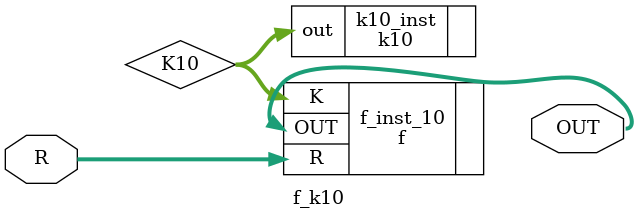
<source format=v>
/**
 * Round function del round 10: funzione f(R, K)
 *
 * Utilizza R9 del round precedente e K10
 * per calcolare il valore (facendo lo XOR con L9) di R10.
*/

module f_k10(
    input [32:1] R,
    output [32:1] OUT
);

    wire [48:1] K10;
    k10 k10_inst(
        .out(K10[48:1])
    );

    f f_inst_10(
        .R(R[32:1]),
        .K(K10[48:1]),
        .OUT(OUT[32:1])
    );
endmodule

</source>
